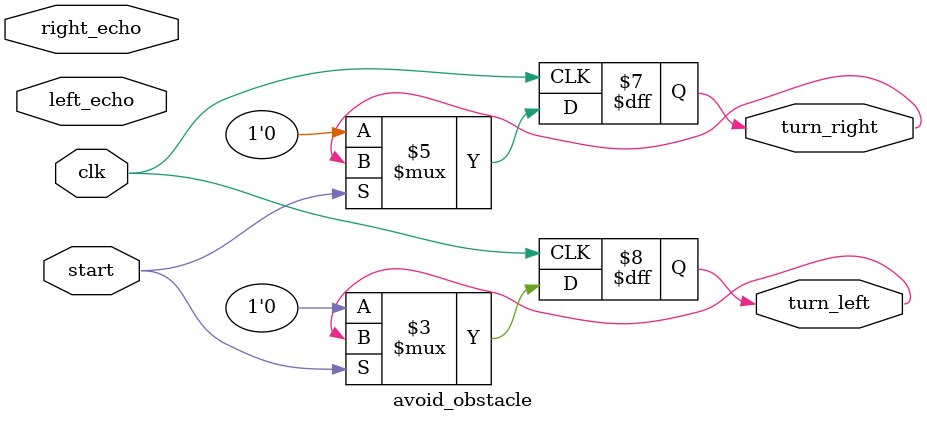
<source format=v>
module avoid_obstacle(clk,start,right_echo,left_echo,turn_right,turn_left);//超声波避障模块
input clk,start,right_echo,left_echo;	//时钟，启动信号，右，左回响时间
output reg turn_right,turn_left;	//右转，左转信号

reg [19:0]riht_count;
reg [19:0]left_count;

always@(posedge clk)
begin
	if(!start)
	begin
		turn_left<=0;
		turn_right<=0;
	end
	else
	begin
	
	end



end
endmodule
</source>
